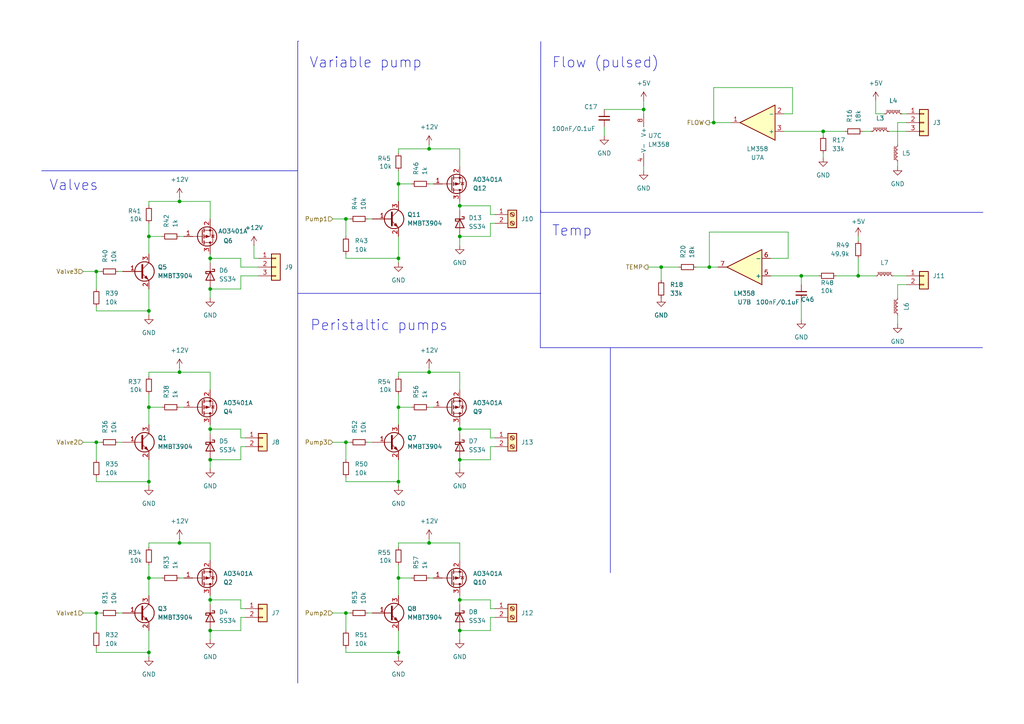
<source format=kicad_sch>
(kicad_sch (version 20231120) (generator "eeschema") (generator_version "8.0")
  (paper "A4")
  (title_block (title "Flow control") (rev "2"))
  (lib_symbols
    (symbol "Amplifier_Operational:LM358" (pin_names (offset 0.127))
      (property "Reference" "U" (at 0 5.08 0))
      (property "Value" "LM358" (at 0 -5.08 0))
      (symbol "LM358_1_1"
        (pin output line (at 7.62 0 180) (length 2.54) (name "~") (number "1"))
        (pin input line (at -7.62 -2.54 0) (length 2.54) (name "-") (number "2"))
        (pin input line (at -7.62 2.54 0) (length 2.54) (name "+") (number "3"))
      )
      (symbol "LM358_2_1"
        (pin input line (at -7.62 2.54 0) (length 2.54) (name "+") (number "5"))
        (pin input line (at -7.62 -2.54 0) (length 2.54) (name "-") (number "6"))
        (pin output line (at 7.62 0 180) (length 2.54) (name "~") (number "7"))
      )
      (symbol "LM358_3_1"
        (pin power_in line (at -2.54 -7.62 90) (length 3.81) (name "V-") (number "4"))
        (pin power_in line (at -2.54 7.62 270) (length 3.81) (name "V+") (number "8"))
      )
    )
    (symbol "Connector:Screw_Terminal_01x02" (pin_names (offset 1.016) hide)
      (property "Reference" "J" (at 0 2.54 0))
      (property "Value" "Screw_Terminal_01x02" (at 0 -5.08 0))
      (symbol "Screw_Terminal_01x02_1_1"
        (pin passive line (at -5.08 0 0) (length 3.81) (name "Pin_1") (number "1"))
        (pin passive line (at -5.08 -2.54 0) (length 3.81) (name "Pin_2") (number "2"))
      )
    )
    (symbol "Connector_Generic:Conn_01x02" (pin_names (offset 1.016) hide)
      (property "Reference" "J" (at 0 2.54 0))
      (property "Value" "Conn_01x02" (at 0 -5.08 0))
      (symbol "Conn_01x02_1_1"
        (pin passive line (at -5.08 0 0) (length 3.81) (name "Pin_1") (number "1"))
        (pin passive line (at -5.08 -2.54 0) (length 3.81) (name "Pin_2") (number "2"))
      )
    )
    (symbol "Connector_Generic:Conn_01x03" (pin_names (offset 1.016) hide)
      (property "Reference" "J" (at 0 5.08 0))
      (property "Value" "Conn_01x03" (at 0 -5.08 0))
      (symbol "Conn_01x03_1_1"
        (pin passive line (at -5.08 2.54 0) (length 3.81) (name "Pin_1") (number "1"))
        (pin passive line (at -5.08 0 0) (length 3.81) (name "Pin_2") (number "2"))
        (pin passive line (at -5.08 -2.54 0) (length 3.81) (name "Pin_3") (number "3"))
      )
    )
    (symbol "Device:C_Small" (pin_numbers hide) (pin_names (offset 0.254) hide)
      (property "Reference" "C" (at 0.254 1.778 0))
      (property "Value" "C_Small" (at 0.254 -2.032 0))
      (symbol "C_Small_1_1"
        (pin passive line (at 0 2.54 270) (length 2.032) (name "~") (number "1"))
        (pin passive line (at 0 -2.54 90) (length 2.032) (name "~") (number "2"))
      )
    )
    (symbol "Device:L_Ferrite_Small" (pin_numbers hide) (pin_names (offset 0.254) hide)
      (property "Reference" "L" (at 1.27 1.016 0))
      (property "Value" "L_Ferrite_Small" (at 1.27 -1.27 0))
      (symbol "L_Ferrite_Small_1_1"
        (pin passive line (at 0 2.54 270) (length 0.508) (name "~") (number "1"))
        (pin passive line (at 0 -2.54 90) (length 0.508) (name "~") (number "2"))
      )
    )
    (symbol "Device:R_Small" (pin_numbers hide) (pin_names (offset 0.254) hide)
      (property "Reference" "R" (at 0.762 0.508 0))
      (property "Value" "R_Small" (at 0.762 -1.016 0))
      (symbol "R_Small_1_1"
        (pin passive line (at 0 2.54 270) (length 0.762) (name "~") (number "1"))
        (pin passive line (at 0 -2.54 90) (length 0.762) (name "~") (number "2"))
      )
    )
    (symbol "Diode:SS34" (pin_numbers hide) (pin_names (offset 1.016) hide)
      (property "Reference" "D" (at 0 2.54 0))
      (property "Value" "SS34" (at 0 -2.54 0))
      (symbol "SS34_1_1"
        (pin passive line (at -3.81 0 0) (length 2.54) (name "K") (number "1"))
        (pin passive line (at 3.81 0 180) (length 2.54) (name "A") (number "2"))
      )
    )
    (symbol "Transistor_BJT:MMBT3904" (pin_names (offset 0) hide)
      (property "Reference" "Q" (at 5.08 1.905 0))
      (property "Value" "MMBT3904" (at 5.08 0 0))
      (symbol "MMBT3904_1_1"
        (pin input line (at -5.08 0 0) (length 5.715) (name "B") (number "1"))
        (pin passive line (at 2.54 -5.08 90) (length 2.54) (name "E") (number "2"))
        (pin passive line (at 2.54 5.08 270) (length 2.54) (name "C") (number "3"))
      )
    )
    (symbol "Transistor_FET:AO3401A" (pin_names hide)
      (property "Reference" "Q" (at 5.08 1.905 0))
      (property "Value" "AO3401A" (at 5.08 0 0))
      (symbol "AO3401A_1_1"
        (pin input line (at -5.08 0 0) (length 2.54) (name "G") (number "1"))
        (pin passive line (at 2.54 -5.08 90) (length 2.54) (name "S") (number "2"))
        (pin passive line (at 2.54 5.08 270) (length 2.54) (name "D") (number "3"))
      )
    )
    (symbol "power:+12V" (power) (pin_numbers hide) (pin_names (offset 0) hide)
      (property "Value" "+12V" (at 0 3.556 0))
      (symbol "+12V_1_1"
        (pin power_in line (at 0 0 90) (length 0) (name "~") (number "1"))
      )
    )
    (symbol "power:+5V" (power) (pin_numbers hide) (pin_names (offset 0) hide)
      (property "Value" "+5V" (at 0 3.556 0))
      (symbol "+5V_1_1"
        (pin power_in line (at 0 0 90) (length 0) (name "~") (number "1"))
      )
    )
    (symbol "power:GND" (power) (pin_numbers hide) (pin_names (offset 0) hide)
      (property "Value" "GND" (at 0 -3.81 0))
      (symbol "GND_1_1"
        (pin power_in line (at 0 0 270) (length 0) (name "~") (number "1"))
      )
    )
  )
  (junction (at 191.77 77.47))
  (junction (at 133.35 182.88))
  (junction (at 43.18 90.17))
  (junction (at 133.35 133.35))
  (junction (at 27.94 128.27))
  (junction (at 100.33 128.27))
  (junction (at 232.41 80.01))
  (junction (at 124.46 43.18))
  (junction (at 133.35 124.46))
  (junction (at 43.18 118.11))
  (junction (at 43.18 68.58))
  (junction (at 27.94 177.8))
  (junction (at 115.57 167.64))
  (junction (at 133.35 173.99))
  (junction (at 52.07 107.95))
  (junction (at 115.57 74.93))
  (junction (at 60.96 74.93))
  (junction (at 100.33 63.5))
  (junction (at 115.57 189.23))
  (junction (at 133.35 59.69))
  (junction (at 60.96 182.88))
  (junction (at 115.57 139.7))
  (junction (at 133.35 68.58))
  (junction (at 124.46 157.48))
  (junction (at 43.18 167.64))
  (junction (at 60.96 83.82))
  (junction (at 100.33 177.8))
  (junction (at 186.69 31.75))
  (junction (at 115.57 53.34))
  (junction (at 27.94 78.74))
  (junction (at 238.76 38.1))
  (junction (at 60.96 124.46))
  (junction (at 124.46 107.95))
  (junction (at 248.92 80.01))
  (junction (at 115.57 118.11))
  (junction (at 60.96 173.99))
  (junction (at 52.07 58.42))
  (junction (at 60.96 133.35))
  (junction (at 205.74 77.47))
  (junction (at 43.18 189.23))
  (junction (at 43.18 139.7))
  (junction (at 52.07 157.48))
  (junction (at 207.01 35.56))
  (wire (pts (xy 69.85 182.88) (xy 60.96 182.88)))
  (wire (pts (xy 124.46 106.68) (xy 124.46 107.95)))
  (wire (pts (xy 27.94 78.74) (xy 29.21 78.74)))
  (wire (pts (xy 106.68 177.8) (xy 107.95 177.8)))
  (wire (pts (xy 69.85 74.93) (xy 60.96 74.93)))
  (wire (pts (xy 74.93 77.47) (xy 69.85 77.47)))
  (wire (pts (xy 71.12 127) (xy 69.85 127)))
  (wire (pts (xy 115.57 167.64) (xy 119.38 167.64)))
  (wire (pts (xy 115.57 163.83) (xy 115.57 167.64)))
  (wire (pts (xy 248.92 74.93) (xy 248.92 80.01)))
  (wire (pts (xy 186.69 31.75) (xy 186.69 33.02)))
  (polyline (pts (xy 86.36 85.09) (xy 156.845 85.09)))
  (wire (pts (xy 238.76 38.1) (xy 238.76 39.37)))
  (wire (pts (xy 262.89 35.56) (xy 260.35 35.56)))
  (wire (pts (xy 69.85 77.47) (xy 69.85 74.93)))
  (wire (pts (xy 60.96 83.82) (xy 60.96 86.36)))
  (wire (pts (xy 260.35 86.36) (xy 260.35 82.55)))
  (wire (pts (xy 229.87 33.02) (xy 229.87 25.4)))
  (wire (pts (xy 100.33 128.27) (xy 101.6 128.27)))
  (wire (pts (xy 27.94 88.9) (xy 27.94 90.17)))
  (wire (pts (xy 43.18 158.75) (xy 43.18 157.48)))
  (polyline (pts (xy 86.36 11.938) (xy 86.614 11.938)))
  (wire (pts (xy 34.29 128.27) (xy 35.56 128.27)))
  (wire (pts (xy 27.94 138.43) (xy 27.94 139.7)))
  (wire (pts (xy 142.24 129.54) (xy 142.24 133.35)))
  (wire (pts (xy 27.94 128.27) (xy 29.21 128.27)))
  (wire (pts (xy 43.18 109.22) (xy 43.18 107.95)))
  (wire (pts (xy 205.74 67.31) (xy 228.6 67.31)))
  (wire (pts (xy 142.24 182.88) (xy 133.35 182.88)))
  (wire (pts (xy 52.07 106.68) (xy 52.07 107.95)))
  (wire (pts (xy 100.33 139.7) (xy 115.57 139.7)))
  (polyline (pts (xy 12.065 49.53) (xy 86.36 49.53)))
  (wire (pts (xy 60.96 157.48) (xy 60.96 162.56)))
  (wire (pts (xy 142.24 62.23) (xy 142.24 59.69)))
  (wire (pts (xy 52.07 167.64) (xy 53.34 167.64)))
  (wire (pts (xy 43.18 189.23) (xy 43.18 190.5)))
  (wire (pts (xy 60.96 58.42) (xy 60.96 63.5)))
  (wire (pts (xy 133.35 172.72) (xy 133.35 173.99)))
  (wire (pts (xy 27.94 78.74) (xy 27.94 83.82)))
  (wire (pts (xy 229.87 25.4) (xy 207.01 25.4)))
  (wire (pts (xy 69.85 173.99) (xy 60.96 173.99)))
  (wire (pts (xy 43.18 123.19) (xy 43.18 118.11)))
  (wire (pts (xy 115.57 123.19) (xy 115.57 118.11)))
  (wire (pts (xy 250.19 38.1) (xy 252.73 38.1)))
  (wire (pts (xy 133.35 173.99) (xy 133.35 175.26)))
  (wire (pts (xy 133.35 58.42) (xy 133.35 59.69)))
  (wire (pts (xy 115.57 158.75) (xy 115.57 157.48)))
  (wire (pts (xy 100.33 187.96) (xy 100.33 189.23)))
  (wire (pts (xy 262.89 80.01) (xy 259.08 80.01)))
  (wire (pts (xy 124.46 107.95) (xy 133.35 107.95)))
  (wire (pts (xy 133.35 59.69) (xy 133.35 60.96)))
  (wire (pts (xy 52.07 118.11) (xy 53.34 118.11)))
  (wire (pts (xy 191.77 77.47) (xy 196.85 77.47)))
  (wire (pts (xy 27.94 128.27) (xy 27.94 133.35)))
  (wire (pts (xy 115.57 49.53) (xy 115.57 53.34)))
  (wire (pts (xy 254 29.21) (xy 254 33.02)))
  (wire (pts (xy 52.07 68.58) (xy 53.34 68.58)))
  (wire (pts (xy 69.85 127) (xy 69.85 124.46)))
  (wire (pts (xy 96.52 177.8) (xy 100.33 177.8)))
  (wire (pts (xy 143.51 129.54) (xy 142.24 129.54)))
  (wire (pts (xy 69.85 83.82) (xy 60.96 83.82)))
  (wire (pts (xy 52.07 58.42) (xy 60.96 58.42)))
  (wire (pts (xy 248.92 80.01) (xy 254 80.01)))
  (wire (pts (xy 260.35 91.44) (xy 260.35 93.98)))
  (polyline (pts (xy 284.988 100.838) (xy 156.718 100.838)))
  (wire (pts (xy 69.85 176.53) (xy 69.85 173.99)))
  (wire (pts (xy 69.85 124.46) (xy 60.96 124.46)))
  (wire (pts (xy 228.6 67.31) (xy 228.6 74.93)))
  (polyline (pts (xy 86.36 49.53) (xy 86.36 11.938)))
  (wire (pts (xy 100.33 189.23) (xy 115.57 189.23)))
  (wire (pts (xy 142.24 59.69) (xy 133.35 59.69)))
  (wire (pts (xy 205.74 35.56) (xy 207.01 35.56)))
  (wire (pts (xy 100.33 128.27) (xy 100.33 133.35)))
  (wire (pts (xy 115.57 58.42) (xy 115.57 53.34)))
  (wire (pts (xy 60.96 123.19) (xy 60.96 124.46)))
  (wire (pts (xy 142.24 173.99) (xy 133.35 173.99)))
  (wire (pts (xy 43.18 58.42) (xy 52.07 58.42)))
  (wire (pts (xy 124.46 53.34) (xy 125.73 53.34)))
  (wire (pts (xy 115.57 68.58) (xy 115.57 74.93)))
  (wire (pts (xy 115.57 114.3) (xy 115.57 118.11)))
  (wire (pts (xy 254 33.02) (xy 256.54 33.02)))
  (wire (pts (xy 142.24 176.53) (xy 142.24 173.99)))
  (wire (pts (xy 60.96 107.95) (xy 60.96 113.03)))
  (wire (pts (xy 106.68 128.27) (xy 107.95 128.27)))
  (wire (pts (xy 142.24 179.07) (xy 142.24 182.88)))
  (wire (pts (xy 43.18 118.11) (xy 46.99 118.11)))
  (wire (pts (xy 69.85 129.54) (xy 69.85 133.35)))
  (wire (pts (xy 60.96 182.88) (xy 60.96 185.42)))
  (polyline (pts (xy 156.718 100.838) (xy 156.845 12.065)))
  (wire (pts (xy 207.01 25.4) (xy 207.01 35.56)))
  (wire (pts (xy 34.29 78.74) (xy 35.56 78.74)))
  (wire (pts (xy 27.94 177.8) (xy 27.94 182.88)))
  (wire (pts (xy 115.57 133.35) (xy 115.57 139.7)))
  (wire (pts (xy 106.68 63.5) (xy 107.95 63.5)))
  (wire (pts (xy 175.26 31.75) (xy 186.69 31.75)))
  (wire (pts (xy 142.24 127) (xy 142.24 124.46)))
  (wire (pts (xy 133.35 107.95) (xy 133.35 113.03)))
  (wire (pts (xy 261.62 33.02) (xy 262.89 33.02)))
  (wire (pts (xy 227.33 33.02) (xy 229.87 33.02)))
  (wire (pts (xy 74.93 80.01) (xy 69.85 80.01)))
  (wire (pts (xy 143.51 127) (xy 142.24 127)))
  (wire (pts (xy 133.35 68.58) (xy 133.35 71.12)))
  (wire (pts (xy 100.33 63.5) (xy 100.33 68.58)))
  (wire (pts (xy 142.24 124.46) (xy 133.35 124.46)))
  (wire (pts (xy 175.26 36.83) (xy 175.26 39.37)))
  (wire (pts (xy 260.35 46.99) (xy 260.35 48.26)))
  (wire (pts (xy 124.46 41.91) (xy 124.46 43.18)))
  (wire (pts (xy 142.24 64.77) (xy 142.24 68.58)))
  (wire (pts (xy 115.57 172.72) (xy 115.57 167.64)))
  (wire (pts (xy 133.35 124.46) (xy 133.35 125.73)))
  (wire (pts (xy 208.28 77.47) (xy 205.74 77.47)))
  (wire (pts (xy 43.18 182.88) (xy 43.18 189.23)))
  (wire (pts (xy 232.41 80.01) (xy 232.41 82.55)))
  (wire (pts (xy 69.85 80.01) (xy 69.85 83.82)))
  (wire (pts (xy 133.35 123.19) (xy 133.35 124.46)))
  (wire (pts (xy 52.07 157.48) (xy 60.96 157.48)))
  (wire (pts (xy 60.96 73.66) (xy 60.96 74.93)))
  (wire (pts (xy 60.96 124.46) (xy 60.96 125.73)))
  (wire (pts (xy 60.96 133.35) (xy 60.96 135.89)))
  (wire (pts (xy 43.18 133.35) (xy 43.18 139.7)))
  (wire (pts (xy 142.24 133.35) (xy 133.35 133.35)))
  (wire (pts (xy 115.57 109.22) (xy 115.57 107.95)))
  (wire (pts (xy 43.18 107.95) (xy 52.07 107.95)))
  (wire (pts (xy 73.66 71.12) (xy 73.66 74.93)))
  (wire (pts (xy 248.92 68.58) (xy 248.92 69.85)))
  (wire (pts (xy 228.6 74.93) (xy 223.52 74.93)))
  (wire (pts (xy 34.29 177.8) (xy 35.56 177.8)))
  (polyline (pts (xy 156.845 61.595) (xy 156.845 60.96)))
  (wire (pts (xy 100.33 63.5) (xy 101.6 63.5)))
  (wire (pts (xy 124.46 43.18) (xy 133.35 43.18)))
  (wire (pts (xy 205.74 77.47) (xy 205.74 67.31)))
  (wire (pts (xy 27.94 139.7) (xy 43.18 139.7)))
  (wire (pts (xy 24.13 78.74) (xy 27.94 78.74)))
  (wire (pts (xy 186.69 29.21) (xy 186.69 31.75)))
  (wire (pts (xy 100.33 177.8) (xy 101.6 177.8)))
  (wire (pts (xy 115.57 107.95) (xy 124.46 107.95)))
  (wire (pts (xy 71.12 176.53) (xy 69.85 176.53)))
  (wire (pts (xy 43.18 172.72) (xy 43.18 167.64)))
  (wire (pts (xy 133.35 43.18) (xy 133.35 48.26)))
  (wire (pts (xy 133.35 157.48) (xy 133.35 162.56)))
  (wire (pts (xy 115.57 157.48) (xy 124.46 157.48)))
  (wire (pts (xy 115.57 139.7) (xy 115.57 140.97)))
  (wire (pts (xy 27.94 90.17) (xy 43.18 90.17)))
  (wire (pts (xy 143.51 176.53) (xy 142.24 176.53)))
  (wire (pts (xy 100.33 177.8) (xy 100.33 182.88)))
  (wire (pts (xy 142.24 68.58) (xy 133.35 68.58)))
  (wire (pts (xy 60.96 172.72) (xy 60.96 173.99)))
  (wire (pts (xy 43.18 73.66) (xy 43.18 68.58)))
  (wire (pts (xy 43.18 157.48) (xy 52.07 157.48)))
  (wire (pts (xy 60.96 74.93) (xy 60.96 76.2)))
  (wire (pts (xy 124.46 167.64) (xy 125.73 167.64)))
  (wire (pts (xy 115.57 118.11) (xy 119.38 118.11)))
  (wire (pts (xy 52.07 156.21) (xy 52.07 157.48)))
  (wire (pts (xy 69.85 179.07) (xy 69.85 182.88)))
  (wire (pts (xy 143.51 179.07) (xy 142.24 179.07)))
  (wire (pts (xy 43.18 167.64) (xy 46.99 167.64)))
  (wire (pts (xy 52.07 107.95) (xy 60.96 107.95)))
  (wire (pts (xy 232.41 87.63) (xy 232.41 92.71)))
  (wire (pts (xy 133.35 182.88) (xy 133.35 185.42)))
  (wire (pts (xy 27.94 177.8) (xy 29.21 177.8)))
  (wire (pts (xy 232.41 80.01) (xy 223.52 80.01)))
  (wire (pts (xy 133.35 133.35) (xy 133.35 135.89)))
  (wire (pts (xy 43.18 90.17) (xy 43.18 91.44)))
  (wire (pts (xy 227.33 38.1) (xy 238.76 38.1)))
  (wire (pts (xy 71.12 179.07) (xy 69.85 179.07)))
  (wire (pts (xy 71.12 129.54) (xy 69.85 129.54)))
  (wire (pts (xy 24.13 177.8) (xy 27.94 177.8)))
  (wire (pts (xy 43.18 64.77) (xy 43.18 68.58)))
  (wire (pts (xy 124.46 157.48) (xy 133.35 157.48)))
  (wire (pts (xy 27.94 187.96) (xy 27.94 189.23)))
  (wire (pts (xy 257.81 38.1) (xy 262.89 38.1)))
  (wire (pts (xy 143.51 64.77) (xy 142.24 64.77)))
  (wire (pts (xy 43.18 59.69) (xy 43.18 58.42)))
  (polyline (pts (xy 86.36 49.53) (xy 86.36 198.12)))
  (wire (pts (xy 186.69 48.26) (xy 186.69 49.53)))
  (wire (pts (xy 43.18 83.82) (xy 43.18 90.17)))
  (polyline (pts (xy 285.115 61.595) (xy 156.845 61.595)))
  (wire (pts (xy 187.96 77.47) (xy 191.77 77.47)))
  (wire (pts (xy 24.13 128.27) (xy 27.94 128.27)))
  (wire (pts (xy 232.41 80.01) (xy 237.49 80.01)))
  (wire (pts (xy 115.57 53.34) (xy 119.38 53.34)))
  (wire (pts (xy 115.57 43.18) (xy 124.46 43.18)))
  (wire (pts (xy 100.33 74.93) (xy 115.57 74.93)))
  (wire (pts (xy 60.96 173.99) (xy 60.96 175.26)))
  (wire (pts (xy 100.33 138.43) (xy 100.33 139.7)))
  (wire (pts (xy 238.76 38.1) (xy 245.11 38.1)))
  (wire (pts (xy 238.76 44.45) (xy 238.76 45.72)))
  (wire (pts (xy 43.18 68.58) (xy 46.99 68.58)))
  (wire (pts (xy 43.18 114.3) (xy 43.18 118.11)))
  (wire (pts (xy 73.66 74.93) (xy 74.93 74.93)))
  (wire (pts (xy 69.85 133.35) (xy 60.96 133.35)))
  (wire (pts (xy 124.46 156.21) (xy 124.46 157.48)))
  (wire (pts (xy 115.57 74.93) (xy 115.57 76.2)))
  (wire (pts (xy 115.57 189.23) (xy 115.57 190.5)))
  (wire (pts (xy 52.07 57.15) (xy 52.07 58.42)))
  (wire (pts (xy 100.33 73.66) (xy 100.33 74.93)))
  (polyline (pts (xy 177.038 100.838) (xy 177.038 166.116)))
  (wire (pts (xy 248.92 80.01) (xy 242.57 80.01)))
  (wire (pts (xy 191.77 77.47) (xy 191.77 81.28)))
  (wire (pts (xy 115.57 44.45) (xy 115.57 43.18)))
  (wire (pts (xy 143.51 62.23) (xy 142.24 62.23)))
  (wire (pts (xy 207.01 35.56) (xy 212.09 35.56)))
  (wire (pts (xy 27.94 189.23) (xy 43.18 189.23)))
  (wire (pts (xy 260.35 82.55) (xy 262.89 82.55)))
  (wire (pts (xy 115.57 182.88) (xy 115.57 189.23)))
  (wire (pts (xy 43.18 139.7) (xy 43.18 140.97)))
  (wire (pts (xy 205.74 77.47) (xy 201.93 77.47)))
  (wire (pts (xy 43.18 163.83) (xy 43.18 167.64)))
  (wire (pts (xy 124.46 118.11) (xy 125.73 118.11)))
  (wire (pts (xy 96.52 128.27) (xy 100.33 128.27)))
  (wire (pts (xy 96.52 63.5) (xy 100.33 63.5)))
  (wire (pts (xy 260.35 35.56) (xy 260.35 41.91)))
  (text "Valves" (at 14.224 53.848 0) (effects (font (size 3 3)) (justify left)))
  (text "Temp" (at 160.02 67.056 0) (effects (font (size 3 3)) (justify left)))
  (text "Flow (pulsed)" (at 160.02 18.288 0) (effects (font (size 3 3)) (justify left)))
  (text "Variable pump" (at 89.662 18.288 0) (effects (font (size 3 3)) (justify left)))
  (text "Peristaltic pumps" (at 89.916 94.488 0) (effects (font (size 3 3)) (justify left)))
  (hierarchical_label "TEMP" (shape output) (at 187.96 77.47 180))
  (hierarchical_label "Valve2" (shape input) (at 24.13 128.27 180))
  (hierarchical_label "FLOW" (shape output) (at 205.74 35.56 180))
  (hierarchical_label "Pump2" (shape input) (at 96.52 177.8 180))
  (hierarchical_label "Pump3" (shape input) (at 96.52 128.27 180))
  (hierarchical_label "Pump1" (shape input) (at 96.52 63.5 180))
  (hierarchical_label "Valve3" (shape input) (at 24.13 78.74 180))
  (hierarchical_label "Valve1" (shape input) (at 24.13 177.8 180))
  (symbol (lib_id "Device:R_Small") (at 121.92 167.64 90) (unit 1)
    (property "Reference" "R57" (at 120.6499 165.1 0) (effects (justify left)))
    (property "Value" "1k" (at 123.1899 165.1 0) (effects (justify left)))
    (property "Footprint" "Resistor_SMD:R_0603_1608Metric" (effects (hide yes)))
    (property "Description" "Resistor, small symbol" (effects (hide yes)))
    (property "LCSC" "C21190" (effects (hide yes)))
  )
  (symbol (lib_id "power:GND") (at 115.57 76.2 0) (unit 1)
    (property "Reference" "#PWR07" (effects (hide yes)))
    (property "Value" "GND" (at 115.57 81.28 0))
    (property "Description" "Power symbol creates a global label with name \"GND\" , ground" (effects (hide yes)))
  )
  (symbol (lib_id "Device:L_Ferrite_Small") (at 259.08 33.02 90) (unit 1)
    (property "Reference" "L4" (at 259.08 29.21 90))
    (property "Value" "L_Ferrite_Small" (effects (hide yes)))
    (property "Footprint" "Inductor_SMD:L_0603_1608Metric" (effects (hide yes)))
    (property "Description" "Inductor with ferrite core, small symbol" (effects (hide yes)))
    (property "LCSC" "C1002" (effects (hide yes)))
  )
  (symbol (lib_id "Diode:SS34") (at 60.96 179.07 270) (unit 1)
    (property "Reference" "D4" (at 63.5 177.4824 90) (effects (justify left)))
    (property "Value" "SS34" (at 63.5 180.0224 90) (effects (justify left)))
    (property "Footprint" "Diode_SMD:D_SMA" (effects (hide yes)))
    (property "Datasheet" "https://wmsc.lcsc.com/wmsc/upload/file/pdf/v2/lcsc/2303141100_MDD-Microdiode-Electronics-SS34_C8678.pdf" (effects (hide yes)))
    (property "Description" "40V 3A Schottky Diode, SMA" (effects (hide yes)))
    (property "LCSC" "C8678" (effects (hide yes)))
  )
  (symbol (lib_id "Diode:SS34") (at 133.35 129.54 270) (unit 1)
    (property "Reference" "D7" (at 135.89 127.9524 90) (effects (justify left)))
    (property "Value" "SS34" (at 135.89 130.4924 90) (effects (justify left)))
    (property "Footprint" "Diode_SMD:D_SMA" (effects (hide yes)))
    (property "Datasheet" "https://wmsc.lcsc.com/wmsc/upload/file/pdf/v2/lcsc/2303141100_MDD-Microdiode-Electronics-SS34_C8678.pdf" (effects (hide yes)))
    (property "Description" "40V 3A Schottky Diode, SMA" (effects (hide yes)))
    (property "LCSC" "C8678" (effects (hide yes)))
  )
  (symbol (lib_id "Device:R_Small") (at 43.18 62.23 0) (unit 1)
    (property "Reference" "R41" (at 37.084 61.214 0) (effects (justify left)))
    (property "Value" "10k" (at 37.592 63.5 0) (effects (justify left)))
    (property "Footprint" "Resistor_SMD:R_0603_1608Metric" (effects (hide yes)))
    (property "Description" "Resistor, small symbol" (effects (hide yes)))
    (property "LCSC" "C25804" (effects (hide yes)))
  )
  (symbol (lib_id "power:GND") (at 191.77 86.36 0) (unit 1)
    (property "Reference" "#PWR043" (effects (hide yes)))
    (property "Value" "GND" (at 191.77 91.44 0))
    (property "Description" "Power symbol creates a global label with name \"GND\" , ground" (effects (hide yes)))
  )
  (symbol (lib_id "Device:R_Small") (at 27.94 135.89 0) (unit 1)
    (property "Reference" "R35" (at 30.48 134.6199 0) (effects (justify left)))
    (property "Value" "10k" (at 30.48 137.1599 0) (effects (justify left)))
    (property "Footprint" "Resistor_SMD:R_0603_1608Metric" (effects (hide yes)))
    (property "Description" "Resistor, small symbol" (effects (hide yes)))
    (property "LCSC" "C25804" (effects (hide yes)))
  )
  (symbol (lib_id "Connector:Screw_Terminal_01x02") (at 148.59 176.53 0) (unit 1) (in_bom no)
    (property "Reference" "J12" (at 151.13 177.7999 0) (effects (justify left)))
    (property "Value" "Pump 2" (effects (hide yes)))
    (property "Footprint" "Connector_Phoenix_MC:PhoenixContact_MC_1,5_2-G-3.81_1x02_P3.81mm_Horizontal" (effects (hide yes)))
    (property "Description" "Generic screw terminal, single row, 01x02, script generated (kicad-library-utils/schlib/autogen/connector/)" (effects (hide yes)))
    (property "LCSC" "C5188157" (effects (hide yes)))
  )
  (symbol (lib_id "Diode:SS34") (at 133.35 64.77 270) (unit 1)
    (property "Reference" "D13" (at 135.89 63.1824 90) (effects (justify left)))
    (property "Value" "SS34" (at 135.89 65.7224 90) (effects (justify left)))
    (property "Footprint" "Diode_SMD:D_SMA" (effects (hide yes)))
    (property "Datasheet" "https://wmsc.lcsc.com/wmsc/upload/file/pdf/v2/lcsc/2303141100_MDD-Microdiode-Electronics-SS34_C8678.pdf" (effects (hide yes)))
    (property "Description" "40V 3A Schottky Diode, SMA" (effects (hide yes)))
    (property "LCSC" "C8678" (effects (hide yes)))
  )
  (symbol (lib_id "Device:R_Small") (at 100.33 71.12 0) (unit 1)
    (property "Reference" "R43" (at 102.87 69.8499 0) (effects (justify left)))
    (property "Value" "10k" (at 102.87 72.3899 0) (effects (justify left)))
    (property "Footprint" "Resistor_SMD:R_0603_1608Metric" (effects (hide yes)))
    (property "Description" "Resistor, small symbol" (effects (hide yes)))
    (property "LCSC" "C25804" (effects (hide yes)))
  )
  (symbol (lib_id "Connector:Screw_Terminal_01x02") (at 148.59 127 0) (unit 1) (in_bom no)
    (property "Reference" "J13" (at 151.13 128.2699 0) (effects (justify left)))
    (property "Value" "Pump 3" (effects (hide yes)))
    (property "Footprint" "Connector_Phoenix_MC:PhoenixContact_MC_1,5_2-G-3.81_1x02_P3.81mm_Horizontal" (effects (hide yes)))
    (property "Description" "Generic screw terminal, single row, 01x02, script generated (kicad-library-utils/schlib/autogen/connector/)" (effects (hide yes)))
    (property "LCSC" "C5188157" (effects (hide yes)))
  )
  (symbol (lib_id "Transistor_BJT:MMBT3904") (at 40.64 128.27 0) (unit 1)
    (property "Reference" "Q1" (at 45.72 126.9999 0) (effects (justify left)))
    (property "Value" "MMBT3904" (at 45.72 129.5399 0) (effects (justify left)))
    (property "Footprint" "Package_TO_SOT_SMD:SOT-23" (effects (hide yes)))
    (property "Datasheet" "https://wmsc.lcsc.com/wmsc/upload/file/pdf/v2/lcsc/2207041900_Jiangsu-Changjing-Electronics-Technology-Co---Ltd--MMBT3904-RANGE-100-300_C20526.pdf" (effects (hide yes)))
    (property "Description" "0.2A Ic, 40V Vce, Small Signal NPN Transistor, SOT-23" (effects (hide yes)))
    (property "LCSC" "C20526" (effects (hide yes)))
  )
  (symbol (lib_id "Connector_Generic:Conn_01x02") (at 76.2 127 0) (unit 1) (in_bom no)
    (property "Reference" "J8" (at 78.74 128.2699 0) (effects (justify left)))
    (property "Value" "Valve 2" (effects (hide yes)))
    (property "Footprint" "Connector_JST:JST_XH_S2B-XH-A_1x02_P2.50mm_Horizontal" (effects (hide yes)))
    (property "Description" "Generic connector, single row, 01x02, script generated (kicad-library-utils/schlib/autogen/connector/)" (effects (hide yes)))
    (property "LCSC" "C157931" (effects (hide yes)))
  )
  (symbol (lib_id "Transistor_FET:AO3401A") (at 58.42 118.11 0) (mirror x) (unit 1)
    (property "Reference" "Q4" (at 64.77 119.3801 0) (effects (justify left)))
    (property "Value" "AO3401A" (at 64.77 116.8401 0) (effects (justify left)))
    (property "Footprint" "Package_TO_SOT_SMD:SOT-23" (effects (hide yes)))
    (property "Datasheet" "http://www.aosmd.com/pdfs/datasheet/AO3401A.pdf" (effects (hide yes)))
    (property "Description" "-4.0A Id, -30V Vds, P-Channel MOSFET, SOT-23" (effects (hide yes)))
    (property "LCSC" "C15127" (effects (hide yes)))
  )
  (symbol (lib_id "Device:L_Ferrite_Small") (at 255.27 38.1 90) (unit 1)
    (property "Reference" "L3" (at 255.27 34.29 90))
    (property "Value" "L_Ferrite_Small" (effects (hide yes)))
    (property "Footprint" "Inductor_SMD:L_0603_1608Metric" (effects (hide yes)))
    (property "Description" "Inductor with ferrite core, small symbol" (effects (hide yes)))
    (property "LCSC" "C1002" (effects (hide yes)))
  )
  (symbol (lib_id "power:+12V") (at 124.46 106.68 0) (unit 1)
    (property "Reference" "#PWR0119" (effects (hide yes)))
    (property "Value" "+12V" (at 124.46 101.6 0))
    (property "Description" "Power symbol creates a global label with name \"+12V\"" (effects (hide yes)))
  )
  (symbol (lib_id "Device:L_Ferrite_Small") (at 260.35 44.45 180) (unit 1)
    (property "Reference" "L5" (at 261.62 44.4499 0) (effects (justify right)))
    (property "Value" "L_Ferrite_Small" (effects (hide yes)))
    (property "Footprint" "Inductor_SMD:L_0603_1608Metric" (effects (hide yes)))
    (property "Description" "Inductor with ferrite core, small symbol" (effects (hide yes)))
    (property "LCSC" "C1002" (effects (hide yes)))
  )
  (symbol (lib_id "power:GND") (at 60.96 86.36 0) (unit 1)
    (property "Reference" "#PWR0108" (effects (hide yes)))
    (property "Value" "GND" (at 60.96 91.44 0))
    (property "Description" "Power symbol creates a global label with name \"GND\" , ground" (effects (hide yes)))
  )
  (symbol (lib_id "Device:R_Small") (at 240.03 80.01 270) (mirror x) (unit 1)
    (property "Reference" "R48" (at 237.998 82.042 90) (effects (justify left)))
    (property "Value" "10k" (at 237.998 84.328 90) (effects (justify left)))
    (property "Footprint" "Resistor_SMD:R_0603_1608Metric" (effects (hide yes)))
    (property "Description" "Resistor, small symbol" (effects (hide yes)))
    (property "LCSC" "C25804" (effects (hide yes)))
  )
  (symbol (lib_id "Device:R_Small") (at 248.92 72.39 0) (mirror y) (unit 1)
    (property "Reference" "R49" (at 246.38 71.1199 0) (effects (justify left)))
    (property "Value" "49.9k" (at 246.38 73.6599 0) (effects (justify left)))
    (property "Footprint" "Resistor_SMD:R_0603_1608Metric" (effects (hide yes)))
    (property "Description" "Resistor, small symbol" (effects (hide yes)))
    (property "LCSC" "C23184" (effects (hide yes)))
  )
  (symbol (lib_id "Device:R_Small") (at 104.14 128.27 90) (unit 1)
    (property "Reference" "R52" (at 102.8699 125.73 0) (effects (justify left)))
    (property "Value" "10k" (at 105.4099 125.73 0) (effects (justify left)))
    (property "Footprint" "Resistor_SMD:R_0603_1608Metric" (effects (hide yes)))
    (property "Description" "Resistor, small symbol" (effects (hide yes)))
    (property "LCSC" "C25804" (effects (hide yes)))
  )
  (symbol (lib_id "power:GND") (at 133.35 185.42 0) (unit 1)
    (property "Reference" "#PWR0122" (effects (hide yes)))
    (property "Value" "GND" (at 133.35 190.5 0))
    (property "Description" "Power symbol creates a global label with name \"GND\" , ground" (effects (hide yes)))
  )
  (symbol (lib_id "Diode:SS34") (at 60.96 80.01 270) (unit 1)
    (property "Reference" "D6" (at 63.5 78.4224 90) (effects (justify left)))
    (property "Value" "SS34" (at 63.5 80.9624 90) (effects (justify left)))
    (property "Footprint" "Diode_SMD:D_SMA" (effects (hide yes)))
    (property "Datasheet" "https://wmsc.lcsc.com/wmsc/upload/file/pdf/v2/lcsc/2303141100_MDD-Microdiode-Electronics-SS34_C8678.pdf" (effects (hide yes)))
    (property "Description" "40V 3A Schottky Diode, SMA" (effects (hide yes)))
    (property "LCSC" "C8678" (effects (hide yes)))
  )
  (symbol (lib_id "Device:L_Ferrite_Small") (at 260.35 88.9 0) (mirror y) (unit 1)
    (property "Reference" "L6" (at 262.89 88.9 90))
    (property "Value" "L_Ferrite_Small" (effects (hide yes)))
    (property "Footprint" "Inductor_SMD:L_0603_1608Metric" (effects (hide yes)))
    (property "Description" "Inductor with ferrite core, small symbol" (effects (hide yes)))
    (property "LCSC" "C1002" (effects (hide yes)))
  )
  (symbol (lib_id "Transistor_BJT:MMBT3904") (at 113.03 128.27 0) (unit 1)
    (property "Reference" "Q7" (at 118.11 126.9999 0) (effects (justify left)))
    (property "Value" "MMBT3904" (at 118.11 129.5399 0) (effects (justify left)))
    (property "Footprint" "Package_TO_SOT_SMD:SOT-23" (effects (hide yes)))
    (property "Datasheet" "https://wmsc.lcsc.com/wmsc/upload/file/pdf/v2/lcsc/2207041900_Jiangsu-Changjing-Electronics-Technology-Co---Ltd--MMBT3904-RANGE-100-300_C20526.pdf" (effects (hide yes)))
    (property "Description" "0.2A Ic, 40V Vce, Small Signal NPN Transistor, SOT-23" (effects (hide yes)))
    (property "LCSC" "C20526" (effects (hide yes)))
  )
  (symbol (lib_id "power:+12V") (at 52.07 106.68 0) (unit 1)
    (property "Reference" "#PWR0103" (effects (hide yes)))
    (property "Value" "+12V" (at 52.07 101.6 0))
    (property "Description" "Power symbol creates a global label with name \"+12V\"" (effects (hide yes)))
  )
  (symbol (lib_id "Device:R_Small") (at 104.14 63.5 90) (unit 1)
    (property "Reference" "R44" (at 102.8699 60.96 0) (effects (justify left)))
    (property "Value" "10k" (at 105.4099 60.96 0) (effects (justify left)))
    (property "Footprint" "Resistor_SMD:R_0603_1608Metric" (effects (hide yes)))
    (property "Description" "Resistor, small symbol" (effects (hide yes)))
    (property "LCSC" "C25804" (effects (hide yes)))
  )
  (symbol (lib_id "Amplifier_Operational:LM358") (at 219.71 35.56 180) (unit 1)
    (property "Reference" "U7" (at 219.71 45.72 0))
    (property "Value" "LM358" (at 219.71 43.18 0))
    (property "Footprint" "Package_SO:SOIC-8_3.9x4.9mm_P1.27mm" (effects (hide yes)))
    (property "Datasheet" "https://wmsc.lcsc.com/wmsc/upload/file/pdf/v2/lcsc/2304140030_onsemi-LM358DR2G_C7950.pdf" (effects (hide yes)))
    (property "Description" "Low-Power, Dual Operational Amplifiers, DIP-8/SOIC-8/TO-99-8" (effects (hide yes)))
    (property "LCSC" "C7950" (effects (hide yes)))
  )
  (symbol (lib_id "power:GND") (at 260.35 48.26 0) (unit 1)
    (property "Reference" "#PWR033" (effects (hide yes)))
    (property "Value" "GND" (at 260.35 53.34 0))
    (property "Description" "Power symbol creates a global label with name \"GND\" , ground" (effects (hide yes)))
  )
  (symbol (lib_id "Device:R_Small") (at 100.33 185.42 0) (unit 1)
    (property "Reference" "R51" (at 102.87 184.1499 0) (effects (justify left)))
    (property "Value" "10k" (at 102.87 186.6899 0) (effects (justify left)))
    (property "Footprint" "Resistor_SMD:R_0603_1608Metric" (effects (hide yes)))
    (property "Description" "Resistor, small symbol" (effects (hide yes)))
    (property "LCSC" "C25804" (effects (hide yes)))
  )
  (symbol (lib_id "power:+12V") (at 52.07 156.21 0) (unit 1)
    (property "Reference" "#PWR099" (effects (hide yes)))
    (property "Value" "+12V" (at 52.07 151.13 0))
    (property "Description" "Power symbol creates a global label with name \"+12V\"" (effects (hide yes)))
  )
  (symbol (lib_id "power:GND") (at 115.57 140.97 0) (unit 1)
    (property "Reference" "#PWR037" (effects (hide yes)))
    (property "Value" "GND" (at 115.57 146.05 0))
    (property "Description" "Power symbol creates a global label with name \"GND\" , ground" (effects (hide yes)))
  )
  (symbol (lib_id "power:+5V") (at 248.92 68.58 0) (unit 1)
    (property "Reference" "#PWR0117" (effects (hide yes)))
    (property "Value" "+5V" (at 248.92 64.262 0))
    (property "Description" "Power symbol creates a global label with name \"+5V\"" (effects (hide yes)))
  )
  (symbol (lib_id "power:GND") (at 260.35 93.98 0) (unit 1)
    (property "Reference" "#PWR0116" (effects (hide yes)))
    (property "Value" "GND" (at 260.35 99.06 0))
    (property "Description" "Power symbol creates a global label with name \"GND\" , ground" (effects (hide yes)))
  )
  (symbol (lib_id "power:GND") (at 115.57 190.5 0) (unit 1)
    (property "Reference" "#PWR0118" (effects (hide yes)))
    (property "Value" "GND" (at 115.57 195.58 0))
    (property "Description" "Power symbol creates a global label with name \"GND\" , ground" (effects (hide yes)))
  )
  (symbol (lib_id "Device:R_Small") (at 27.94 86.36 0) (unit 1)
    (property "Reference" "R39" (at 30.48 85.0899 0) (effects (justify left)))
    (property "Value" "10k" (at 30.48 87.6299 0) (effects (justify left)))
    (property "Footprint" "Resistor_SMD:R_0603_1608Metric" (effects (hide yes)))
    (property "Description" "Resistor, small symbol" (effects (hide yes)))
    (property "LCSC" "C25804" (effects (hide yes)))
  )
  (symbol (lib_id "Device:C_Small") (at 175.26 34.29 0) (unit 1)
    (property "Reference" "C17" (at 169.418 30.988 0) (effects (justify left)))
    (property "Value" "100nF/0.1uF" (at 160.02 37.338 0) (effects (justify left)))
    (property "Footprint" "Capacitor_SMD:C_0603_1608Metric" (effects (hide yes)))
    (property "Description" "Unpolarized capacitor, small symbol" (effects (hide yes)))
    (property "LCSC" "C14663" (effects (hide yes)))
  )
  (symbol (lib_id "power:GND") (at 43.18 140.97 0) (unit 1)
    (property "Reference" "#PWR0102" (effects (hide yes)))
    (property "Value" "GND" (at 43.18 146.05 0))
    (property "Description" "Power symbol creates a global label with name \"GND\" , ground" (effects (hide yes)))
  )
  (symbol (lib_id "Transistor_FET:AO3401A") (at 58.42 167.64 0) (mirror x) (unit 1)
    (property "Reference" "Q2" (at 64.77 168.9101 0) (effects (justify left)))
    (property "Value" "AO3401A" (at 64.77 166.3701 0) (effects (justify left)))
    (property "Footprint" "Package_TO_SOT_SMD:SOT-23" (effects (hide yes)))
    (property "Datasheet" "http://www.aosmd.com/pdfs/datasheet/AO3401A.pdf" (effects (hide yes)))
    (property "Description" "-4.0A Id, -30V Vds, P-Channel MOSFET, SOT-23" (effects (hide yes)))
    (property "LCSC" "C15127" (effects (hide yes)))
  )
  (symbol (lib_id "Transistor_FET:AO3401A") (at 130.81 118.11 0) (mirror x) (unit 1)
    (property "Reference" "Q9" (at 137.16 119.3801 0) (effects (justify left)))
    (property "Value" "AO3401A" (at 137.16 116.8401 0) (effects (justify left)))
    (property "Footprint" "Package_TO_SOT_SMD:SOT-23" (effects (hide yes)))
    (property "Datasheet" "http://www.aosmd.com/pdfs/datasheet/AO3401A.pdf" (effects (hide yes)))
    (property "Description" "-4.0A Id, -30V Vds, P-Channel MOSFET, SOT-23" (effects (hide yes)))
    (property "LCSC" "C15127" (effects (hide yes)))
  )
  (symbol (lib_id "Device:R_Small") (at 191.77 83.82 0) (unit 1)
    (property "Reference" "R18" (at 194.31 82.5499 0) (effects (justify left)))
    (property "Value" "33k" (at 194.31 85.0899 0) (effects (justify left)))
    (property "Footprint" "Resistor_SMD:R_0603_1608Metric" (effects (hide yes)))
    (property "Description" "Resistor, small symbol" (effects (hide yes)))
    (property "LCSC" "C4216" (effects (hide yes)))
  )
  (symbol (lib_id "Device:R_Small") (at 43.18 111.76 0) (unit 1)
    (property "Reference" "R37" (at 37.084 110.744 0) (effects (justify left)))
    (property "Value" "10k" (at 37.592 113.03 0) (effects (justify left)))
    (property "Footprint" "Resistor_SMD:R_0603_1608Metric" (effects (hide yes)))
    (property "Description" "Resistor, small symbol" (effects (hide yes)))
    (property "LCSC" "C25804" (effects (hide yes)))
  )
  (symbol (lib_id "Device:R_Small") (at 199.39 77.47 90) (unit 1)
    (property "Reference" "R20" (at 198.1199 74.93 0) (effects (justify left)))
    (property "Value" "18k" (at 200.6599 74.93 0) (effects (justify left)))
    (property "Footprint" "Resistor_SMD:R_0603_1608Metric" (effects (hide yes)))
    (property "Description" "Resistor, small symbol" (effects (hide yes)))
    (property "LCSC" "C25810" (effects (hide yes)))
  )
  (symbol (lib_id "Diode:SS34") (at 133.35 179.07 270) (unit 1)
    (property "Reference" "D8" (at 135.89 177.4824 90) (effects (justify left)))
    (property "Value" "SS34" (at 135.89 180.0224 90) (effects (justify left)))
    (property "Footprint" "Diode_SMD:D_SMA" (effects (hide yes)))
    (property "Datasheet" "https://wmsc.lcsc.com/wmsc/upload/file/pdf/v2/lcsc/2303141100_MDD-Microdiode-Electronics-SS34_C8678.pdf" (effects (hide yes)))
    (property "Description" "40V 3A Schottky Diode, SMA" (effects (hide yes)))
    (property "LCSC" "C8678" (effects (hide yes)))
  )
  (symbol (lib_id "power:+12V") (at 73.66 71.12 0) (unit 1)
    (property "Reference" "#PWR0109" (effects (hide yes)))
    (property "Value" "+12V" (at 73.66 66.04 0))
    (property "Description" "Power symbol creates a global label with name \"+12V\"" (effects (hide yes)))
  )
  (symbol (lib_id "Device:R_Small") (at 104.14 177.8 90) (unit 1)
    (property "Reference" "R53" (at 102.8699 175.26 0) (effects (justify left)))
    (property "Value" "10k" (at 105.4099 175.26 0) (effects (justify left)))
    (property "Footprint" "Resistor_SMD:R_0603_1608Metric" (effects (hide yes)))
    (property "Description" "Resistor, small symbol" (effects (hide yes)))
    (property "LCSC" "C25804" (effects (hide yes)))
  )
  (symbol (lib_id "power:GND") (at 43.18 190.5 0) (unit 1)
    (property "Reference" "#PWR0101" (effects (hide yes)))
    (property "Value" "GND" (at 43.18 195.58 0))
    (property "Description" "Power symbol creates a global label with name \"GND\" , ground" (effects (hide yes)))
  )
  (symbol (lib_id "power:GND") (at 186.69 49.53 0) (unit 1)
    (property "Reference" "#PWR039" (effects (hide yes)))
    (property "Value" "GND" (at 186.69 54.61 0))
    (property "Description" "Power symbol creates a global label with name \"GND\" , ground" (effects (hide yes)))
  )
  (symbol (lib_id "power:+12V") (at 124.46 156.21 0) (unit 1)
    (property "Reference" "#PWR0120" (effects (hide yes)))
    (property "Value" "+12V" (at 124.46 151.13 0))
    (property "Description" "Power symbol creates a global label with name \"+12V\"" (effects (hide yes)))
  )
  (symbol (lib_id "power:+5V") (at 254 29.21 0) (unit 1)
    (property "Reference" "#PWR035" (effects (hide yes)))
    (property "Value" "+5V" (at 254 24.13 0))
    (property "Description" "Power symbol creates a global label with name \"+5V\"" (effects (hide yes)))
  )
  (symbol (lib_id "power:+5V") (at 186.69 29.21 0) (unit 1)
    (property "Reference" "#PWR038" (effects (hide yes)))
    (property "Value" "+5V" (at 186.69 24.13 0))
    (property "Description" "Power symbol creates a global label with name \"+5V\"" (effects (hide yes)))
  )
  (symbol (lib_id "power:GND") (at 43.18 91.44 0) (unit 1)
    (property "Reference" "#PWR0106" (effects (hide yes)))
    (property "Value" "GND" (at 43.18 96.52 0))
    (property "Description" "Power symbol creates a global label with name \"GND\" , ground" (effects (hide yes)))
  )
  (symbol (lib_id "power:GND") (at 133.35 135.89 0) (unit 1)
    (property "Reference" "#PWR0121" (effects (hide yes)))
    (property "Value" "GND" (at 133.35 140.97 0))
    (property "Description" "Power symbol creates a global label with name \"GND\" , ground" (effects (hide yes)))
  )
  (symbol (lib_id "power:GND") (at 238.76 45.72 0) (unit 1)
    (property "Reference" "#PWR036" (effects (hide yes)))
    (property "Value" "GND" (at 238.76 50.8 0))
    (property "Description" "Power symbol creates a global label with name \"GND\" , ground" (effects (hide yes)))
  )
  (symbol (lib_id "power:GND") (at 133.35 71.12 0) (unit 1)
    (property "Reference" "#PWR09" (effects (hide yes)))
    (property "Value" "GND" (at 133.35 76.2 0))
    (property "Description" "Power symbol creates a global label with name \"GND\" , ground" (effects (hide yes)))
  )
  (symbol (lib_id "Device:R_Small") (at 31.75 177.8 90) (unit 1)
    (property "Reference" "R31" (at 30.4799 175.26 0) (effects (justify left)))
    (property "Value" "10k" (at 33.0199 175.26 0) (effects (justify left)))
    (property "Footprint" "Resistor_SMD:R_0603_1608Metric" (effects (hide yes)))
    (property "Description" "Resistor, small symbol" (effects (hide yes)))
    (property "LCSC" "C25804" (effects (hide yes)))
  )
  (symbol (lib_id "power:+12V") (at 52.07 57.15 0) (unit 1)
    (property "Reference" "#PWR0107" (effects (hide yes)))
    (property "Value" "+12V" (at 52.07 52.07 0))
    (property "Description" "Power symbol creates a global label with name \"+12V\"" (effects (hide yes)))
  )
  (symbol (lib_id "Device:R_Small") (at 31.75 128.27 90) (unit 1)
    (property "Reference" "R36" (at 30.4799 125.73 0) (effects (justify left)))
    (property "Value" "10k" (at 33.0199 125.73 0) (effects (justify left)))
    (property "Footprint" "Resistor_SMD:R_0603_1608Metric" (effects (hide yes)))
    (property "Description" "Resistor, small symbol" (effects (hide yes)))
    (property "LCSC" "C25804" (effects (hide yes)))
  )
  (symbol (lib_id "Device:R_Small") (at 121.92 118.11 90) (unit 1)
    (property "Reference" "R56" (at 120.6499 115.57 0) (effects (justify left)))
    (property "Value" "1k" (at 123.1899 115.57 0) (effects (justify left)))
    (property "Footprint" "Resistor_SMD:R_0603_1608Metric" (effects (hide yes)))
    (property "Description" "Resistor, small symbol" (effects (hide yes)))
    (property "LCSC" "C21190" (effects (hide yes)))
  )
  (symbol (lib_id "power:GND") (at 232.41 92.71 0) (unit 1)
    (property "Reference" "#PWR040" (effects (hide yes)))
    (property "Value" "GND" (at 232.41 97.79 0))
    (property "Description" "Power symbol creates a global label with name \"GND\" , ground" (effects (hide yes)))
  )
  (symbol (lib_id "Device:R_Small") (at 27.94 185.42 0) (unit 1)
    (property "Reference" "R32" (at 30.48 184.1499 0) (effects (justify left)))
    (property "Value" "10k" (at 30.48 186.6899 0) (effects (justify left)))
    (property "Footprint" "Resistor_SMD:R_0603_1608Metric" (effects (hide yes)))
    (property "Description" "Resistor, small symbol" (effects (hide yes)))
    (property "LCSC" "C25804" (effects (hide yes)))
  )
  (symbol (lib_id "power:GND") (at 60.96 135.89 0) (unit 1)
    (property "Reference" "#PWR0104" (effects (hide yes)))
    (property "Value" "GND" (at 60.96 140.97 0))
    (property "Description" "Power symbol creates a global label with name \"GND\" , ground" (effects (hide yes)))
  )
  (symbol (lib_id "Device:R_Small") (at 115.57 111.76 0) (unit 1)
    (property "Reference" "R54" (at 109.474 110.744 0) (effects (justify left)))
    (property "Value" "10k" (at 109.982 113.03 0) (effects (justify left)))
    (property "Footprint" "Resistor_SMD:R_0603_1608Metric" (effects (hide yes)))
    (property "Description" "Resistor, small symbol" (effects (hide yes)))
    (property "LCSC" "C25804" (effects (hide yes)))
  )
  (symbol (lib_id "power:GND") (at 60.96 185.42 0) (unit 1)
    (property "Reference" "#PWR0100" (effects (hide yes)))
    (property "Value" "GND" (at 60.96 190.5 0))
    (property "Description" "Power symbol creates a global label with name \"GND\" , ground" (effects (hide yes)))
  )
  (symbol (lib_id "Device:R_Small") (at 43.18 161.29 0) (unit 1)
    (property "Reference" "R34" (at 37.084 160.274 0) (effects (justify left)))
    (property "Value" "10k" (at 37.592 162.56 0) (effects (justify left)))
    (property "Footprint" "Resistor_SMD:R_0603_1608Metric" (effects (hide yes)))
    (property "Description" "Resistor, small symbol" (effects (hide yes)))
    (property "LCSC" "C25804" (effects (hide yes)))
  )
  (symbol (lib_id "Device:R_Small") (at 115.57 161.29 0) (unit 1)
    (property "Reference" "R55" (at 109.474 160.274 0) (effects (justify left)))
    (property "Value" "10k" (at 109.982 162.56 0) (effects (justify left)))
    (property "Footprint" "Resistor_SMD:R_0603_1608Metric" (effects (hide yes)))
    (property "Description" "Resistor, small symbol" (effects (hide yes)))
    (property "LCSC" "C25804" (effects (hide yes)))
  )
  (symbol (lib_id "power:GND") (at 175.26 39.37 0) (unit 1)
    (property "Reference" "#PWR085" (effects (hide yes)))
    (property "Value" "GND" (at 175.26 44.45 0))
    (property "Description" "Power symbol creates a global label with name \"GND\" , ground" (effects (hide yes)))
  )
  (symbol (lib_id "Connector_Generic:Conn_01x02") (at 76.2 176.53 0) (unit 1) (in_bom no)
    (property "Reference" "J7" (at 78.74 177.7999 0) (effects (justify left)))
    (property "Value" "Valve 1" (effects (hide yes)))
    (property "Footprint" "Connector_JST:JST_XH_S2B-XH-A_1x02_P2.50mm_Horizontal" (effects (hide yes)))
    (property "Description" "Generic connector, single row, 01x02, script generated (kicad-library-utils/schlib/autogen/connector/)" (effects (hide yes)))
    (property "LCSC" "C157931" (effects (hide yes)))
  )
  (symbol (lib_id "Device:C_Small") (at 232.41 85.09 0) (mirror y) (unit 1)
    (property "Reference" "C46" (at 236.22 86.868 0) (effects (justify left)))
    (property "Value" "100nF/0.1uF" (at 231.902 87.63 0) (effects (justify left)))
    (property "Footprint" "Capacitor_SMD:C_0603_1608Metric" (effects (hide yes)))
    (property "Description" "Unpolarized capacitor, small symbol" (effects (hide yes)))
    (property "LCSC" "C14663" (effects (hide yes)))
  )
  (symbol (lib_id "Transistor_BJT:MMBT3904") (at 113.03 177.8 0) (unit 1)
    (property "Reference" "Q8" (at 118.11 176.5299 0) (effects (justify left)))
    (property "Value" "MMBT3904" (at 118.11 179.0699 0) (effects (justify left)))
    (property "Footprint" "Package_TO_SOT_SMD:SOT-23" (effects (hide yes)))
    (property "Datasheet" "https://wmsc.lcsc.com/wmsc/upload/file/pdf/v2/lcsc/2207041900_Jiangsu-Changjing-Electronics-Technology-Co---Ltd--MMBT3904-RANGE-100-300_C20526.pdf" (effects (hide yes)))
    (property "Description" "0.2A Ic, 40V Vce, Small Signal NPN Transistor, SOT-23" (effects (hide yes)))
    (property "LCSC" "C20526" (effects (hide yes)))
  )
  (symbol (lib_id "Amplifier_Operational:LM358") (at 215.9 77.47 180) (unit 2)
    (property "Reference" "U7" (at 215.9 87.63 0))
    (property "Value" "LM358" (at 215.9 85.09 0))
    (property "Footprint" "Package_SO:SOIC-8_3.9x4.9mm_P1.27mm" (effects (hide yes)))
    (property "Datasheet" "https://wmsc.lcsc.com/wmsc/upload/file/pdf/v2/lcsc/2304140030_onsemi-LM358DR2G_C7950.pdf" (effects (hide yes)))
    (property "Description" "Low-Power, Dual Operational Amplifiers, DIP-8/SOIC-8/TO-99-8" (effects (hide yes)))
    (property "LCSC" "C7950" (effects (hide yes)))
  )
  (symbol (lib_id "Device:R_Small") (at 100.33 135.89 0) (unit 1)
    (property "Reference" "R50" (at 102.87 134.6199 0) (effects (justify left)))
    (property "Value" "10k" (at 102.87 137.1599 0) (effects (justify left)))
    (property "Footprint" "Resistor_SMD:R_0603_1608Metric" (effects (hide yes)))
    (property "Description" "Resistor, small symbol" (effects (hide yes)))
    (property "LCSC" "C25804" (effects (hide yes)))
  )
  (symbol (lib_id "Device:R_Small") (at 238.76 41.91 0) (unit 1)
    (property "Reference" "R17" (at 241.3 40.6399 0) (effects (justify left)))
    (property "Value" "33k" (at 241.3 43.1799 0) (effects (justify left)))
    (property "Footprint" "Resistor_SMD:R_0603_1608Metric" (effects (hide yes)))
    (property "Description" "Resistor, small symbol" (effects (hide yes)))
    (property "LCSC" "C4216" (effects (hide yes)))
  )
  (symbol (lib_id "Device:R_Small") (at 247.65 38.1 90) (unit 1)
    (property "Reference" "R16" (at 246.3799 35.56 0) (effects (justify left)))
    (property "Value" "18k" (at 248.9199 35.56 0) (effects (justify left)))
    (property "Footprint" "Resistor_SMD:R_0603_1608Metric" (effects (hide yes)))
    (property "Description" "Resistor, small symbol" (effects (hide yes)))
    (property "LCSC" "C25810" (effects (hide yes)))
  )
  (symbol (lib_id "Connector_Generic:Conn_01x02") (at 267.97 80.01 0) (unit 1) (in_bom no)
    (property "Reference" "J11" (at 270.51 80.0099 0) (effects (justify left)))
    (property "Value" "Temperature" (effects (hide yes)))
    (property "Footprint" "Connector_JST:JST_XH_S2B-XH-A_1x02_P2.50mm_Horizontal" (effects (hide yes)))
    (property "Description" "Generic connector, single row, 01x02, script generated (kicad-library-utils/schlib/autogen/connector/)" (effects (hide yes)))
    (property "LCSC" "C157931" (effects (hide yes)))
    (property "LCSC alt" "C493111" (effects (hide yes)))
  )
  (symbol (lib_id "Device:R_Small") (at 121.92 53.34 90) (unit 1)
    (property "Reference" "R46" (at 120.6499 50.8 0) (effects (justify left)))
    (property "Value" "1k" (at 123.1899 50.8 0) (effects (justify left)))
    (property "Footprint" "Resistor_SMD:R_0603_1608Metric" (effects (hide yes)))
    (property "Description" "Resistor, small symbol" (effects (hide yes)))
    (property "LCSC" "C21190" (effects (hide yes)))
  )
  (symbol (lib_id "Amplifier_Operational:LM358") (at 189.23 40.64 0) (unit 3)
    (property "Reference" "U7" (at 187.96 39.3699 0) (effects (justify left)))
    (property "Value" "LM358" (at 187.96 41.9099 0) (effects (justify left)))
    (property "Footprint" "Package_SO:SOIC-8_3.9x4.9mm_P1.27mm" (effects (hide yes)))
    (property "Datasheet" "https://wmsc.lcsc.com/wmsc/upload/file/pdf/v2/lcsc/2304140030_onsemi-LM358DR2G_C7950.pdf" (effects (hide yes)))
    (property "Description" "Low-Power, Dual Operational Amplifiers, DIP-8/SOIC-8/TO-99-8" (effects (hide yes)))
    (property "LCSC" "C7950" (effects (hide yes)))
  )
  (symbol (lib_id "Device:R_Small") (at 49.53 118.11 90) (unit 1)
    (property "Reference" "R38" (at 48.2599 115.57 0) (effects (justify left)))
    (property "Value" "1k" (at 50.7999 115.57 0) (effects (justify left)))
    (property "Footprint" "Resistor_SMD:R_0603_1608Metric" (effects (hide yes)))
    (property "Description" "Resistor, small symbol" (effects (hide yes)))
    (property "LCSC" "C21190" (effects (hide yes)))
  )
  (symbol (lib_id "Device:R_Small") (at 31.75 78.74 90) (unit 1)
    (property "Reference" "R40" (at 30.4799 76.2 0) (effects (justify left)))
    (property "Value" "10k" (at 33.0199 76.2 0) (effects (justify left)))
    (property "Footprint" "Resistor_SMD:R_0603_1608Metric" (effects (hide yes)))
    (property "Description" "Resistor, small symbol" (effects (hide yes)))
    (property "LCSC" "C25804" (effects (hide yes)))
  )
  (symbol (lib_id "Transistor_BJT:MMBT3904") (at 40.64 177.8 0) (unit 1)
    (property "Reference" "Q3" (at 45.72 176.5299 0) (effects (justify left)))
    (property "Value" "MMBT3904" (at 45.72 179.0699 0) (effects (justify left)))
    (property "Footprint" "Package_TO_SOT_SMD:SOT-23" (effects (hide yes)))
    (property "Datasheet" "https://wmsc.lcsc.com/wmsc/upload/file/pdf/v2/lcsc/2207041900_Jiangsu-Changjing-Electronics-Technology-Co---Ltd--MMBT3904-RANGE-100-300_C20526.pdf" (effects (hide yes)))
    (property "Description" "0.2A Ic, 40V Vce, Small Signal NPN Transistor, SOT-23" (effects (hide yes)))
    (property "LCSC" "C20526" (effects (hide yes)))
  )
  (symbol (lib_id "Transistor_BJT:MMBT3904") (at 113.03 63.5 0) (unit 1)
    (property "Reference" "Q11" (at 118.11 62.2299 0) (effects (justify left)))
    (property "Value" "MMBT3904" (at 118.11 64.7699 0) (effects (justify left)))
    (property "Footprint" "Package_TO_SOT_SMD:SOT-23" (effects (hide yes)))
    (property "Datasheet" "https://wmsc.lcsc.com/wmsc/upload/file/pdf/v2/lcsc/2207041900_Jiangsu-Changjing-Electronics-Technology-Co---Ltd--MMBT3904-RANGE-100-300_C20526.pdf" (effects (hide yes)))
    (property "Description" "0.2A Ic, 40V Vce, Small Signal NPN Transistor, SOT-23" (effects (hide yes)))
    (property "LCSC" "C20526" (effects (hide yes)))
  )
  (symbol (lib_id "Device:L_Ferrite_Small") (at 256.54 80.01 270) (mirror x) (unit 1)
    (property "Reference" "L7" (at 256.54 76.2 90))
    (property "Value" "L_Ferrite_Small" (effects (hide yes)))
    (property "Footprint" "Inductor_SMD:L_0603_1608Metric" (effects (hide yes)))
    (property "Description" "Inductor with ferrite core, small symbol" (effects (hide yes)))
    (property "LCSC" "C1002" (effects (hide yes)))
  )
  (symbol (lib_id "Device:R_Small") (at 115.57 46.99 0) (unit 1)
    (property "Reference" "R45" (at 109.474 45.974 0) (effects (justify left)))
    (property "Value" "10k" (at 109.982 48.26 0) (effects (justify left)))
    (property "Footprint" "Resistor_SMD:R_0603_1608Metric" (effects (hide yes)))
    (property "Description" "Resistor, small symbol" (effects (hide yes)))
    (property "LCSC" "C25804" (effects (hide yes)))
  )
  (symbol (lib_id "Transistor_FET:AO3401A") (at 130.81 53.34 0) (mirror x) (unit 1)
    (property "Reference" "Q12" (at 137.16 54.6101 0) (effects (justify left)))
    (property "Value" "AO3401A" (at 137.16 52.0701 0) (effects (justify left)))
    (property "Footprint" "Package_TO_SOT_SMD:SOT-23" (effects (hide yes)))
    (property "Datasheet" "http://www.aosmd.com/pdfs/datasheet/AO3401A.pdf" (effects (hide yes)))
    (property "Description" "-4.0A Id, -30V Vds, P-Channel MOSFET, SOT-23" (effects (hide yes)))
    (property "LCSC" "C15127" (effects (hide yes)))
  )
  (symbol (lib_id "Transistor_FET:AO3401A") (at 58.42 68.58 0) (mirror x) (unit 1)
    (property "Reference" "Q6" (at 64.77 69.8501 0) (effects (justify left)))
    (property "Value" "AO3401A" (at 63.246 67.056 0) (effects (justify left)))
    (property "Footprint" "Package_TO_SOT_SMD:SOT-23" (effects (hide yes)))
    (property "Datasheet" "http://www.aosmd.com/pdfs/datasheet/AO3401A.pdf" (effects (hide yes)))
    (property "Description" "-4.0A Id, -30V Vds, P-Channel MOSFET, SOT-23" (effects (hide yes)))
    (property "LCSC" "C15127" (effects (hide yes)))
  )
  (symbol (lib_id "Device:R_Small") (at 49.53 68.58 90) (unit 1)
    (property "Reference" "R42" (at 48.2599 66.04 0) (effects (justify left)))
    (property "Value" "1k" (at 50.7999 66.04 0) (effects (justify left)))
    (property "Footprint" "Resistor_SMD:R_0603_1608Metric" (effects (hide yes)))
    (property "Description" "Resistor, small symbol" (effects (hide yes)))
    (property "LCSC" "C21190" (effects (hide yes)))
  )
  (symbol (lib_id "Connector_Generic:Conn_01x03") (at 267.97 35.56 0) (unit 1) (in_bom no)
    (property "Reference" "J3" (at 270.51 35.5599 0) (effects (justify left)))
    (property "Value" "Flow" (effects (hide yes)))
    (property "Footprint" "Connector_JST:JST_XH_S3B-XH-A_1x03_P2.50mm_Horizontal" (effects (hide yes)))
    (property "Description" "Generic connector, single row, 01x03, script generated (kicad-library-utils/schlib/autogen/connector/)" (effects (hide yes)))
    (property "LCSC" "C157928" (effects (hide yes)))
  )
  (symbol (lib_id "Transistor_FET:AO3401A") (at 130.81 167.64 0) (mirror x) (unit 1)
    (property "Reference" "Q10" (at 137.16 168.9101 0) (effects (justify left)))
    (property "Value" "AO3401A" (at 137.16 166.3701 0) (effects (justify left)))
    (property "Footprint" "Package_TO_SOT_SMD:SOT-23" (effects (hide yes)))
    (property "Datasheet" "http://www.aosmd.com/pdfs/datasheet/AO3401A.pdf" (effects (hide yes)))
    (property "Description" "-4.0A Id, -30V Vds, P-Channel MOSFET, SOT-23" (effects (hide yes)))
    (property "LCSC" "C15127" (effects (hide yes)))
  )
  (symbol (lib_id "Diode:SS34") (at 60.96 129.54 270) (unit 1)
    (property "Reference" "D5" (at 63.5 127.9524 90) (effects (justify left)))
    (property "Value" "SS34" (at 63.5 130.4924 90) (effects (justify left)))
    (property "Footprint" "Diode_SMD:D_SMA" (effects (hide yes)))
    (property "Datasheet" "https://wmsc.lcsc.com/wmsc/upload/file/pdf/v2/lcsc/2303141100_MDD-Microdiode-Electronics-SS34_C8678.pdf" (effects (hide yes)))
    (property "Description" "40V 3A Schottky Diode, SMA" (effects (hide yes)))
    (property "LCSC" "C8678" (effects (hide yes)))
  )
  (symbol (lib_id "Transistor_BJT:MMBT3904") (at 40.64 78.74 0) (unit 1)
    (property "Reference" "Q5" (at 45.72 77.4699 0) (effects (justify left)))
    (property "Value" "MMBT3904" (at 45.72 80.0099 0) (effects (justify left)))
    (property "Footprint" "Package_TO_SOT_SMD:SOT-23" (effects (hide yes)))
    (property "Datasheet" "https://wmsc.lcsc.com/wmsc/upload/file/pdf/v2/lcsc/2207041900_Jiangsu-Changjing-Electronics-Technology-Co---Ltd--MMBT3904-RANGE-100-300_C20526.pdf" (effects (hide yes)))
    (property "Description" "0.2A Ic, 40V Vce, Small Signal NPN Transistor, SOT-23" (effects (hide yes)))
    (property "LCSC" "C20526" (effects (hide yes)))
  )
  (symbol (lib_id "Connector:Screw_Terminal_01x02") (at 148.59 62.23 0) (unit 1) (in_bom no)
    (property "Reference" "J10" (at 151.13 63.4999 0) (effects (justify left)))
    (property "Value" "Pump 1" (effects (hide yes)))
    (property "Footprint" "Connector_Phoenix_MC:PhoenixContact_MC_1,5_2-G-3.81_1x02_P3.81mm_Horizontal" (effects (hide yes)))
    (property "Description" "Generic screw terminal, single row, 01x02, script generated (kicad-library-utils/schlib/autogen/connector/)" (effects (hide yes)))
    (property "LCSC" "C5188157" (effects (hide yes)))
  )
  (symbol (lib_id "power:+12V") (at 124.46 41.91 0) (unit 1)
    (property "Reference" "#PWR08" (effects (hide yes)))
    (property "Value" "+12V" (at 124.46 36.83 0))
    (property "Description" "Power symbol creates a global label with name \"+12V\"" (effects (hide yes)))
  )
  (symbol (lib_id "Connector_Generic:Conn_01x03") (at 80.01 77.47 0) (unit 1) (in_bom no)
    (property "Reference" "J9" (at 82.55 77.4699 0) (effects (justify left)))
    (property "Value" "Valve 3" (effects (hide yes)))
    (property "Footprint" "Connector_JST:JST_XH_S3B-XH-A_1x03_P2.50mm_Horizontal" (effects (hide yes)))
    (property "Description" "Generic connector, single row, 01x03, script generated (kicad-library-utils/schlib/autogen/connector/)" (effects (hide yes)))
    (property "LCSC" "C157928" (effects (hide yes)))
  )
  (symbol (lib_id "Device:R_Small") (at 49.53 167.64 90) (unit 1)
    (property "Reference" "R33" (at 48.2599 165.1 0) (effects (justify left)))
    (property "Value" "1k" (at 50.7999 165.1 0) (effects (justify left)))
    (property "Footprint" "Resistor_SMD:R_0603_1608Metric" (effects (hide yes)))
    (property "Description" "Resistor, small symbol" (effects (hide yes)))
    (property "LCSC" "C21190" (effects (hide yes)))
  )
)
</source>
